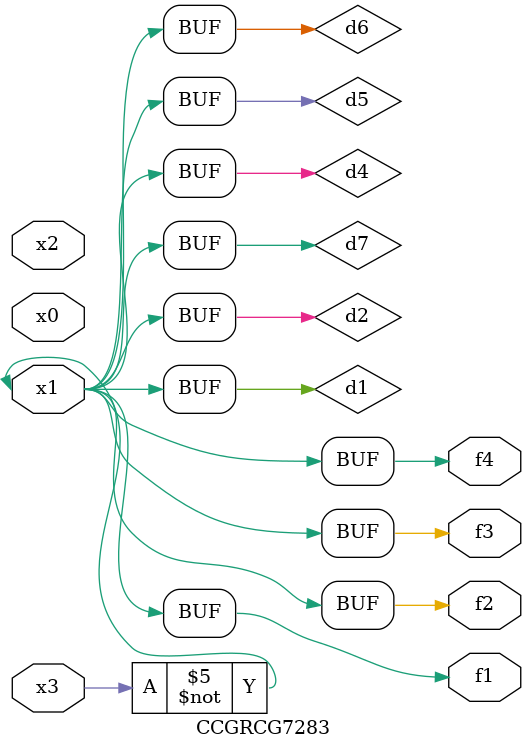
<source format=v>
module CCGRCG7283(
	input x0, x1, x2, x3,
	output f1, f2, f3, f4
);

	wire d1, d2, d3, d4, d5, d6, d7;

	not (d1, x3);
	buf (d2, x1);
	xnor (d3, d1, d2);
	nor (d4, d1);
	buf (d5, d1, d2);
	buf (d6, d4, d5);
	nand (d7, d4);
	assign f1 = d6;
	assign f2 = d7;
	assign f3 = d6;
	assign f4 = d6;
endmodule

</source>
